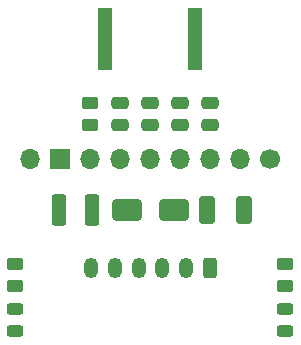
<source format=gbr>
G04 This is an RS-274x file exported by *
G04 gerbv version 2.6A *
G04 More information is available about gerbv at *
G04 http://gerbv.geda-project.org/ *
G04 --End of header info--*
%MOIN*%
%FSLAX34Y34*%
%IPPOS*%
G04 --Define apertures--*
%ADD10C,0.0118*%
%ADD11O,0.0472X0.0689*%
%AMMACRO12*
4,1,4,-0.011811,-0.022638,0.011811,-0.022638,0.011811,0.022638,-0.011811,0.022638,-0.011811,-0.022638,0.000000*
1,1,0.023622,-0.011811,-0.022638*
1,1,0.023622,0.011811,-0.022638*
1,1,0.023622,0.011811,0.022638*
1,1,0.023622,-0.011811,0.022638*
20,1,0.023622,-0.011811,-0.022638,0.011811,-0.022638,0.000000*
20,1,0.023622,0.011811,-0.022638,0.011811,0.022638,0.000000*
20,1,0.023622,0.011811,0.022638,-0.011811,0.022638,0.000000*
20,1,0.023622,-0.011811,0.022638,-0.011811,-0.022638,0.000000*
%
%ADD12MACRO12*%
%AMMACRO13*
4,1,4,-0.016240,-0.036417,0.016240,-0.036417,0.016240,0.036417,-0.016240,0.036417,-0.016240,-0.036417,0.000000*
1,1,0.019685,-0.016240,-0.036417*
1,1,0.019685,0.016240,-0.036417*
1,1,0.019685,0.016240,0.036417*
1,1,0.019685,-0.016240,0.036417*
20,1,0.019685,-0.016240,-0.036417,0.016240,-0.036417,0.000000*
20,1,0.019685,0.016240,-0.036417,0.016240,0.036417,0.000000*
20,1,0.019685,0.016240,0.036417,-0.016240,0.036417,0.000000*
20,1,0.019685,-0.016240,0.036417,-0.016240,-0.036417,0.000000*
%
%ADD13MACRO13*%
%AMMACRO14*
4,1,4,-0.039370,-0.025591,0.039370,-0.025591,0.039370,0.025591,-0.039370,0.025591,-0.039370,-0.025591,0.000000*
1,1,0.019685,-0.039370,-0.025591*
1,1,0.019685,0.039370,-0.025591*
1,1,0.019685,0.039370,0.025591*
1,1,0.019685,-0.039370,0.025591*
20,1,0.019685,-0.039370,-0.025591,0.039370,-0.025591,0.000000*
20,1,0.019685,0.039370,-0.025591,0.039370,0.025591,0.000000*
20,1,0.019685,0.039370,0.025591,-0.039370,0.025591,0.000000*
20,1,0.019685,-0.039370,0.025591,-0.039370,-0.025591,0.000000*
%
%ADD14MACRO14*%
%AMMACRO15*
4,1,4,0.017963,-0.009596,0.017963,0.009596,-0.017963,0.009596,-0.017963,-0.009596,0.017963,-0.009596,0.000000*
1,1,0.019193,0.017963,-0.009596*
1,1,0.019193,0.017963,0.009596*
1,1,0.019193,-0.017963,0.009596*
1,1,0.019193,-0.017963,-0.009596*
20,1,0.019193,0.017963,-0.009596,0.017963,0.009596,0.000000*
20,1,0.019193,0.017963,0.009596,-0.017963,0.009596,0.000000*
20,1,0.019193,-0.017963,0.009596,-0.017963,-0.009596,0.000000*
20,1,0.019193,-0.017963,-0.009596,0.017963,-0.009596,0.000000*
%
%ADD15MACRO15*%
%ADD16R,0.0500X0.2100*%
%AMMACRO17*
4,1,4,0.018701,-0.009843,0.018701,0.009843,-0.018701,0.009843,-0.018701,-0.009843,0.018701,-0.009843,0.000000*
1,1,0.019685,0.018701,-0.009843*
1,1,0.019685,0.018701,0.009843*
1,1,0.019685,-0.018701,0.009843*
1,1,0.019685,-0.018701,-0.009843*
20,1,0.019685,0.018701,-0.009843,0.018701,0.009843,0.000000*
20,1,0.019685,0.018701,0.009843,-0.018701,0.009843,0.000000*
20,1,0.019685,-0.018701,0.009843,-0.018701,-0.009843,0.000000*
20,1,0.019685,-0.018701,-0.009843,0.018701,-0.009843,0.000000*
%
%ADD17MACRO17*%
%AMMACRO18*
4,1,4,0.017717,-0.010335,0.017717,0.010335,-0.017717,0.010335,-0.017717,-0.010335,0.017717,-0.010335,0.000000*
1,1,0.019685,0.017717,-0.010335*
1,1,0.019685,0.017717,0.010335*
1,1,0.019685,-0.017717,0.010335*
1,1,0.019685,-0.017717,-0.010335*
20,1,0.019685,0.017717,-0.010335,0.017717,0.010335,0.000000*
20,1,0.019685,0.017717,0.010335,-0.017717,0.010335,0.000000*
20,1,0.019685,-0.017717,0.010335,-0.017717,-0.010335,0.000000*
20,1,0.019685,-0.017717,-0.010335,0.017717,-0.010335,0.000000*
%
%ADD18MACRO18*%
%AMMACRO19*
4,1,4,-0.017717,0.010335,-0.017717,-0.010335,0.017717,-0.010335,0.017717,0.010335,-0.017717,0.010335,0.000000*
1,1,0.019685,-0.017717,0.010335*
1,1,0.019685,-0.017717,-0.010335*
1,1,0.019685,0.017717,-0.010335*
1,1,0.019685,0.017717,0.010335*
20,1,0.019685,-0.017717,0.010335,-0.017717,-0.010335,0.000000*
20,1,0.019685,-0.017717,-0.010335,0.017717,-0.010335,0.000000*
20,1,0.019685,0.017717,-0.010335,0.017717,0.010335,0.000000*
20,1,0.019685,0.017717,0.010335,-0.017717,0.010335,0.000000*
%
%ADD19MACRO19*%
%ADD20C,0.0669*%
%ADD21O,0.0669X0.0669*%
%ADD22R,0.0669X0.0669*%
%AMMACRO23*
4,1,4,0.014764,0.042323,-0.014764,0.042323,-0.014764,-0.042323,0.014764,-0.042323,0.014764,0.042323,0.000000*
1,1,0.019685,0.014764,0.042323*
1,1,0.019685,-0.014764,0.042323*
1,1,0.019685,-0.014764,-0.042323*
1,1,0.019685,0.014764,-0.042323*
20,1,0.019685,0.014764,0.042323,-0.014764,0.042323,0.000000*
20,1,0.019685,-0.014764,0.042323,-0.014764,-0.042323,0.000000*
20,1,0.019685,-0.014764,-0.042323,0.014764,-0.042323,0.000000*
20,1,0.019685,0.014764,-0.042323,0.014764,0.042323,0.000000*
%
%ADD23MACRO23*%
%AMMACRO24*
4,1,4,-0.018701,0.009843,-0.018701,-0.009843,0.018701,-0.009843,0.018701,0.009843,-0.018701,0.009843,0.000000*
1,1,0.019685,-0.018701,0.009843*
1,1,0.019685,-0.018701,-0.009843*
1,1,0.019685,0.018701,-0.009843*
1,1,0.019685,0.018701,0.009843*
20,1,0.019685,-0.018701,0.009843,-0.018701,-0.009843,0.000000*
20,1,0.019685,-0.018701,-0.009843,0.018701,-0.009843,0.000000*
20,1,0.019685,0.018701,-0.009843,0.018701,0.009843,0.000000*
20,1,0.019685,0.018701,0.009843,-0.018701,0.009843,0.000000*
%
%ADD24MACRO24*%
G04 --Start main section--*
G54D11*
G01X0058531Y-045135D03*
G01X0059319Y-045135D03*
G01X0060106Y-045135D03*
G01X0060894Y-045135D03*
G01X0061681Y-045135D03*
G54D12*
G01X0062469Y-045135D03*
G54D13*
G01X0062395Y-043200D03*
G01X0063605Y-043200D03*
G54D14*
G01X0059713Y-043200D03*
G01X0061287Y-043200D03*
G54D15*
G01X0056000Y-047228D03*
G01X0056000Y-046490D03*
G54D16*
G01X0059000Y-037500D03*
G01X0062000Y-037500D03*
G54D17*
G01X0060500Y-040374D03*
G01X0060500Y-039626D03*
G54D18*
G01X0056000Y-045719D03*
G01X0056000Y-045000D03*
G54D19*
G01X0065000Y-045000D03*
G01X0065000Y-045719D03*
G54D20*
G01X0064500Y-041500D03*
G54D21*
G01X0063500Y-041500D03*
G01X0062500Y-041500D03*
G01X0061500Y-041500D03*
G01X0060500Y-041500D03*
G01X0059500Y-041500D03*
G01X0058500Y-041500D03*
G54D22*
G01X0057500Y-041500D03*
G54D21*
G01X0056500Y-041500D03*
G54D15*
G01X0065000Y-047228D03*
G01X0065000Y-046490D03*
G54D23*
G01X0058551Y-043200D03*
G01X0057449Y-043200D03*
G54D17*
G01X0059500Y-040374D03*
G01X0059500Y-039626D03*
G54D18*
G01X0058500Y-040359D03*
G01X0058500Y-039641D03*
G54D24*
G01X0062500Y-039626D03*
G01X0062500Y-040374D03*
G54D17*
G01X0061500Y-040374D03*
G01X0061500Y-039626D03*
M02*

</source>
